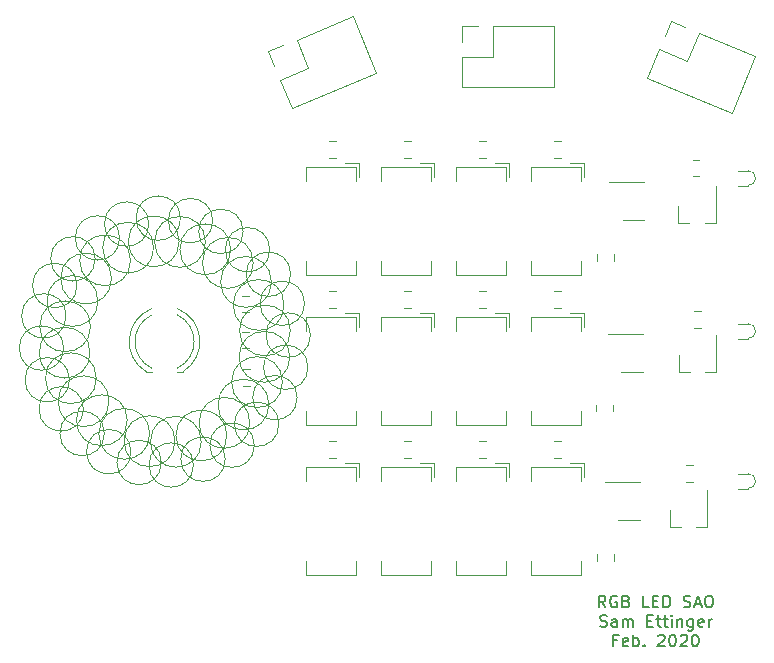
<source format=gbr>
G04 #@! TF.GenerationSoftware,KiCad,Pcbnew,(5.1.5)-3*
G04 #@! TF.CreationDate,2020-02-02T14:59:38+01:00*
G04 #@! TF.ProjectId,12bitbadge,31326269-7462-4616-9467-652e6b696361,rev?*
G04 #@! TF.SameCoordinates,Original*
G04 #@! TF.FileFunction,Legend,Top*
G04 #@! TF.FilePolarity,Positive*
%FSLAX46Y46*%
G04 Gerber Fmt 4.6, Leading zero omitted, Abs format (unit mm)*
G04 Created by KiCad (PCBNEW (5.1.5)-3) date 2020-02-02 14:59:38*
%MOMM*%
%LPD*%
G04 APERTURE LIST*
%ADD10C,0.120000*%
%ADD11C,0.150000*%
%ADD12C,0.100000*%
G04 APERTURE END LIST*
D10*
X145802229Y-53263725D02*
G75*
G03X145802229Y-53263725I-1878829J0D01*
G01*
X148377515Y-54175035D02*
G75*
G03X148377515Y-54175035I-1878829J0D01*
G01*
X150629186Y-55721825D02*
G75*
G03X150629186Y-55721825I-1878829J0D01*
G01*
X152403794Y-57798686D02*
G75*
G03X152403794Y-57798686I-1878829J0D01*
G01*
X153580404Y-60264082D02*
G75*
G03X153580404Y-60264082I-1878830J0D01*
G01*
X154078829Y-62950000D02*
G75*
G03X154078829Y-62950000I-1878829J0D01*
G01*
X153865104Y-65673400D02*
G75*
G03X153865104Y-65673400I-1878829J0D01*
G01*
X152953794Y-68248686D02*
G75*
G03X152953794Y-68248686I-1878829J0D01*
G01*
X151407004Y-70500357D02*
G75*
G03X151407004Y-70500357I-1878829J0D01*
G01*
X149330143Y-72274965D02*
G75*
G03X149330143Y-72274965I-1878829J0D01*
G01*
X146864748Y-73451574D02*
G75*
G03X146864748Y-73451574I-1878830J0D01*
G01*
X144178829Y-73950000D02*
G75*
G03X144178829Y-73950000I-1878829J0D01*
G01*
X141455429Y-73736275D02*
G75*
G03X141455429Y-73736275I-1878829J0D01*
G01*
X138880143Y-72824965D02*
G75*
G03X138880143Y-72824965I-1878829J0D01*
G01*
X136628472Y-71278175D02*
G75*
G03X136628472Y-71278175I-1878829J0D01*
G01*
X134853864Y-69201314D02*
G75*
G03X134853864Y-69201314I-1878829J0D01*
G01*
X133677256Y-66735918D02*
G75*
G03X133677256Y-66735918I-1878830J0D01*
G01*
X133178829Y-64050000D02*
G75*
G03X133178829Y-64050000I-1878829J0D01*
G01*
X133392554Y-61326600D02*
G75*
G03X133392554Y-61326600I-1878829J0D01*
G01*
X134303864Y-58751314D02*
G75*
G03X134303864Y-58751314I-1878829J0D01*
G01*
X135850654Y-56499643D02*
G75*
G03X135850654Y-56499643I-1878829J0D01*
G01*
X137927515Y-54725035D02*
G75*
G03X137927515Y-54725035I-1878829J0D01*
G01*
X140392912Y-53548426D02*
G75*
G03X140392912Y-53548426I-1878830J0D01*
G01*
X142963822Y-55018551D02*
G75*
G03X142963822Y-55018551I-2150581J0D01*
G01*
X145190902Y-55065098D02*
G75*
G03X145190902Y-55065098I-2150581J0D01*
G01*
X147330049Y-55686470D02*
G75*
G03X147330049Y-55686470I-2150581J0D01*
G01*
X149235483Y-56840321D02*
G75*
G03X149235483Y-56840321I-2150581J0D01*
G01*
X150777352Y-58448019D02*
G75*
G03X150777352Y-58448019I-2150581J0D01*
G01*
X151850581Y-60400000D02*
G75*
G03X151850581Y-60400000I-2150581J0D01*
G01*
X152382030Y-62563241D02*
G75*
G03X152382030Y-62563241I-2150581J0D01*
G01*
X152335483Y-64790321D02*
G75*
G03X152335483Y-64790321I-2150581J0D01*
G01*
X151714111Y-66929468D02*
G75*
G03X151714111Y-66929468I-2150581J0D01*
G01*
X150560260Y-68834902D02*
G75*
G03X150560260Y-68834902I-2150581J0D01*
G01*
X148952562Y-70376771D02*
G75*
G03X148952562Y-70376771I-2150581J0D01*
G01*
X147000581Y-71450000D02*
G75*
G03X147000581Y-71450000I-2150581J0D01*
G01*
X144837340Y-71981449D02*
G75*
G03X144837340Y-71981449I-2150581J0D01*
G01*
X142610260Y-71934902D02*
G75*
G03X142610260Y-71934902I-2150581J0D01*
G01*
X140471113Y-71313530D02*
G75*
G03X140471113Y-71313530I-2150581J0D01*
G01*
X138565679Y-70159679D02*
G75*
G03X138565679Y-70159679I-2150581J0D01*
G01*
X137023810Y-68551981D02*
G75*
G03X137023810Y-68551981I-2150581J0D01*
G01*
X135950581Y-66600000D02*
G75*
G03X135950581Y-66600000I-2150581J0D01*
G01*
X135419132Y-64436759D02*
G75*
G03X135419132Y-64436759I-2150581J0D01*
G01*
X135465679Y-62209679D02*
G75*
G03X135465679Y-62209679I-2150581J0D01*
G01*
X136087051Y-60070532D02*
G75*
G03X136087051Y-60070532I-2150581J0D01*
G01*
X137240902Y-58165098D02*
G75*
G03X137240902Y-58165098I-2150581J0D01*
G01*
X138848600Y-56623229D02*
G75*
G03X138848600Y-56623229I-2150581J0D01*
G01*
X140800581Y-55550000D02*
G75*
G03X140800581Y-55550000I-2150581J0D01*
G01*
X143078829Y-53050000D02*
G75*
G03X143078829Y-53050000I-1878829J0D01*
G01*
D11*
X179061904Y-86002380D02*
X178728571Y-85526190D01*
X178490476Y-86002380D02*
X178490476Y-85002380D01*
X178871428Y-85002380D01*
X178966666Y-85050000D01*
X179014285Y-85097619D01*
X179061904Y-85192857D01*
X179061904Y-85335714D01*
X179014285Y-85430952D01*
X178966666Y-85478571D01*
X178871428Y-85526190D01*
X178490476Y-85526190D01*
X180014285Y-85050000D02*
X179919047Y-85002380D01*
X179776190Y-85002380D01*
X179633333Y-85050000D01*
X179538095Y-85145238D01*
X179490476Y-85240476D01*
X179442857Y-85430952D01*
X179442857Y-85573809D01*
X179490476Y-85764285D01*
X179538095Y-85859523D01*
X179633333Y-85954761D01*
X179776190Y-86002380D01*
X179871428Y-86002380D01*
X180014285Y-85954761D01*
X180061904Y-85907142D01*
X180061904Y-85573809D01*
X179871428Y-85573809D01*
X180823809Y-85478571D02*
X180966666Y-85526190D01*
X181014285Y-85573809D01*
X181061904Y-85669047D01*
X181061904Y-85811904D01*
X181014285Y-85907142D01*
X180966666Y-85954761D01*
X180871428Y-86002380D01*
X180490476Y-86002380D01*
X180490476Y-85002380D01*
X180823809Y-85002380D01*
X180919047Y-85050000D01*
X180966666Y-85097619D01*
X181014285Y-85192857D01*
X181014285Y-85288095D01*
X180966666Y-85383333D01*
X180919047Y-85430952D01*
X180823809Y-85478571D01*
X180490476Y-85478571D01*
X182728571Y-86002380D02*
X182252380Y-86002380D01*
X182252380Y-85002380D01*
X183061904Y-85478571D02*
X183395238Y-85478571D01*
X183538095Y-86002380D02*
X183061904Y-86002380D01*
X183061904Y-85002380D01*
X183538095Y-85002380D01*
X183966666Y-86002380D02*
X183966666Y-85002380D01*
X184204761Y-85002380D01*
X184347619Y-85050000D01*
X184442857Y-85145238D01*
X184490476Y-85240476D01*
X184538095Y-85430952D01*
X184538095Y-85573809D01*
X184490476Y-85764285D01*
X184442857Y-85859523D01*
X184347619Y-85954761D01*
X184204761Y-86002380D01*
X183966666Y-86002380D01*
X185680952Y-85954761D02*
X185823809Y-86002380D01*
X186061904Y-86002380D01*
X186157142Y-85954761D01*
X186204761Y-85907142D01*
X186252380Y-85811904D01*
X186252380Y-85716666D01*
X186204761Y-85621428D01*
X186157142Y-85573809D01*
X186061904Y-85526190D01*
X185871428Y-85478571D01*
X185776190Y-85430952D01*
X185728571Y-85383333D01*
X185680952Y-85288095D01*
X185680952Y-85192857D01*
X185728571Y-85097619D01*
X185776190Y-85050000D01*
X185871428Y-85002380D01*
X186109523Y-85002380D01*
X186252380Y-85050000D01*
X186633333Y-85716666D02*
X187109523Y-85716666D01*
X186538095Y-86002380D02*
X186871428Y-85002380D01*
X187204761Y-86002380D01*
X187728571Y-85002380D02*
X187919047Y-85002380D01*
X188014285Y-85050000D01*
X188109523Y-85145238D01*
X188157142Y-85335714D01*
X188157142Y-85669047D01*
X188109523Y-85859523D01*
X188014285Y-85954761D01*
X187919047Y-86002380D01*
X187728571Y-86002380D01*
X187633333Y-85954761D01*
X187538095Y-85859523D01*
X187490476Y-85669047D01*
X187490476Y-85335714D01*
X187538095Y-85145238D01*
X187633333Y-85050000D01*
X187728571Y-85002380D01*
X178609523Y-87604761D02*
X178752380Y-87652380D01*
X178990476Y-87652380D01*
X179085714Y-87604761D01*
X179133333Y-87557142D01*
X179180952Y-87461904D01*
X179180952Y-87366666D01*
X179133333Y-87271428D01*
X179085714Y-87223809D01*
X178990476Y-87176190D01*
X178800000Y-87128571D01*
X178704761Y-87080952D01*
X178657142Y-87033333D01*
X178609523Y-86938095D01*
X178609523Y-86842857D01*
X178657142Y-86747619D01*
X178704761Y-86700000D01*
X178800000Y-86652380D01*
X179038095Y-86652380D01*
X179180952Y-86700000D01*
X180038095Y-87652380D02*
X180038095Y-87128571D01*
X179990476Y-87033333D01*
X179895238Y-86985714D01*
X179704761Y-86985714D01*
X179609523Y-87033333D01*
X180038095Y-87604761D02*
X179942857Y-87652380D01*
X179704761Y-87652380D01*
X179609523Y-87604761D01*
X179561904Y-87509523D01*
X179561904Y-87414285D01*
X179609523Y-87319047D01*
X179704761Y-87271428D01*
X179942857Y-87271428D01*
X180038095Y-87223809D01*
X180514285Y-87652380D02*
X180514285Y-86985714D01*
X180514285Y-87080952D02*
X180561904Y-87033333D01*
X180657142Y-86985714D01*
X180800000Y-86985714D01*
X180895238Y-87033333D01*
X180942857Y-87128571D01*
X180942857Y-87652380D01*
X180942857Y-87128571D02*
X180990476Y-87033333D01*
X181085714Y-86985714D01*
X181228571Y-86985714D01*
X181323809Y-87033333D01*
X181371428Y-87128571D01*
X181371428Y-87652380D01*
X182609523Y-87128571D02*
X182942857Y-87128571D01*
X183085714Y-87652380D02*
X182609523Y-87652380D01*
X182609523Y-86652380D01*
X183085714Y-86652380D01*
X183371428Y-86985714D02*
X183752380Y-86985714D01*
X183514285Y-86652380D02*
X183514285Y-87509523D01*
X183561904Y-87604761D01*
X183657142Y-87652380D01*
X183752380Y-87652380D01*
X183942857Y-86985714D02*
X184323809Y-86985714D01*
X184085714Y-86652380D02*
X184085714Y-87509523D01*
X184133333Y-87604761D01*
X184228571Y-87652380D01*
X184323809Y-87652380D01*
X184657142Y-87652380D02*
X184657142Y-86985714D01*
X184657142Y-86652380D02*
X184609523Y-86700000D01*
X184657142Y-86747619D01*
X184704761Y-86700000D01*
X184657142Y-86652380D01*
X184657142Y-86747619D01*
X185133333Y-86985714D02*
X185133333Y-87652380D01*
X185133333Y-87080952D02*
X185180952Y-87033333D01*
X185276190Y-86985714D01*
X185419047Y-86985714D01*
X185514285Y-87033333D01*
X185561904Y-87128571D01*
X185561904Y-87652380D01*
X186466666Y-86985714D02*
X186466666Y-87795238D01*
X186419047Y-87890476D01*
X186371428Y-87938095D01*
X186276190Y-87985714D01*
X186133333Y-87985714D01*
X186038095Y-87938095D01*
X186466666Y-87604761D02*
X186371428Y-87652380D01*
X186180952Y-87652380D01*
X186085714Y-87604761D01*
X186038095Y-87557142D01*
X185990476Y-87461904D01*
X185990476Y-87176190D01*
X186038095Y-87080952D01*
X186085714Y-87033333D01*
X186180952Y-86985714D01*
X186371428Y-86985714D01*
X186466666Y-87033333D01*
X187323809Y-87604761D02*
X187228571Y-87652380D01*
X187038095Y-87652380D01*
X186942857Y-87604761D01*
X186895238Y-87509523D01*
X186895238Y-87128571D01*
X186942857Y-87033333D01*
X187038095Y-86985714D01*
X187228571Y-86985714D01*
X187323809Y-87033333D01*
X187371428Y-87128571D01*
X187371428Y-87223809D01*
X186895238Y-87319047D01*
X187800000Y-87652380D02*
X187800000Y-86985714D01*
X187800000Y-87176190D02*
X187847619Y-87080952D01*
X187895238Y-87033333D01*
X187990476Y-86985714D01*
X188085714Y-86985714D01*
X180038095Y-88778571D02*
X179704761Y-88778571D01*
X179704761Y-89302380D02*
X179704761Y-88302380D01*
X180180952Y-88302380D01*
X180942857Y-89254761D02*
X180847619Y-89302380D01*
X180657142Y-89302380D01*
X180561904Y-89254761D01*
X180514285Y-89159523D01*
X180514285Y-88778571D01*
X180561904Y-88683333D01*
X180657142Y-88635714D01*
X180847619Y-88635714D01*
X180942857Y-88683333D01*
X180990476Y-88778571D01*
X180990476Y-88873809D01*
X180514285Y-88969047D01*
X181419047Y-89302380D02*
X181419047Y-88302380D01*
X181419047Y-88683333D02*
X181514285Y-88635714D01*
X181704761Y-88635714D01*
X181800000Y-88683333D01*
X181847619Y-88730952D01*
X181895238Y-88826190D01*
X181895238Y-89111904D01*
X181847619Y-89207142D01*
X181800000Y-89254761D01*
X181704761Y-89302380D01*
X181514285Y-89302380D01*
X181419047Y-89254761D01*
X182323809Y-89207142D02*
X182371428Y-89254761D01*
X182323809Y-89302380D01*
X182276190Y-89254761D01*
X182323809Y-89207142D01*
X182323809Y-89302380D01*
X183514285Y-88397619D02*
X183561904Y-88350000D01*
X183657142Y-88302380D01*
X183895238Y-88302380D01*
X183990476Y-88350000D01*
X184038095Y-88397619D01*
X184085714Y-88492857D01*
X184085714Y-88588095D01*
X184038095Y-88730952D01*
X183466666Y-89302380D01*
X184085714Y-89302380D01*
X184704761Y-88302380D02*
X184800000Y-88302380D01*
X184895238Y-88350000D01*
X184942857Y-88397619D01*
X184990476Y-88492857D01*
X185038095Y-88683333D01*
X185038095Y-88921428D01*
X184990476Y-89111904D01*
X184942857Y-89207142D01*
X184895238Y-89254761D01*
X184800000Y-89302380D01*
X184704761Y-89302380D01*
X184609523Y-89254761D01*
X184561904Y-89207142D01*
X184514285Y-89111904D01*
X184466666Y-88921428D01*
X184466666Y-88683333D01*
X184514285Y-88492857D01*
X184561904Y-88397619D01*
X184609523Y-88350000D01*
X184704761Y-88302380D01*
X185419047Y-88397619D02*
X185466666Y-88350000D01*
X185561904Y-88302380D01*
X185800000Y-88302380D01*
X185895238Y-88350000D01*
X185942857Y-88397619D01*
X185990476Y-88492857D01*
X185990476Y-88588095D01*
X185942857Y-88730952D01*
X185371428Y-89302380D01*
X185990476Y-89302380D01*
X186609523Y-88302380D02*
X186704761Y-88302380D01*
X186800000Y-88350000D01*
X186847619Y-88397619D01*
X186895238Y-88492857D01*
X186942857Y-88683333D01*
X186942857Y-88921428D01*
X186895238Y-89111904D01*
X186847619Y-89207142D01*
X186800000Y-89254761D01*
X186704761Y-89302380D01*
X186609523Y-89302380D01*
X186514285Y-89254761D01*
X186466666Y-89207142D01*
X186419047Y-89111904D01*
X186371428Y-88921428D01*
X186371428Y-88683333D01*
X186419047Y-88492857D01*
X186466666Y-88397619D01*
X186514285Y-88350000D01*
X186609523Y-88302380D01*
D10*
X184520000Y-79210000D02*
X184520000Y-77750000D01*
X187680000Y-79210000D02*
X187680000Y-76050000D01*
X187680000Y-79210000D02*
X186750000Y-79210000D01*
X184520000Y-79210000D02*
X185450000Y-79210000D01*
X185270000Y-66110000D02*
X185270000Y-64650000D01*
X188430000Y-66110000D02*
X188430000Y-62950000D01*
X188430000Y-66110000D02*
X187500000Y-66110000D01*
X185270000Y-66110000D02*
X186200000Y-66110000D01*
X185220000Y-53460000D02*
X185220000Y-52000000D01*
X188380000Y-53460000D02*
X188380000Y-50300000D01*
X188380000Y-53460000D02*
X187450000Y-53460000D01*
X185220000Y-53460000D02*
X186150000Y-53460000D01*
X185913748Y-75360000D02*
X186436252Y-75360000D01*
X185913748Y-73940000D02*
X186436252Y-73940000D01*
X186588748Y-62360000D02*
X187111252Y-62360000D01*
X186588748Y-60940000D02*
X187111252Y-60940000D01*
X186488748Y-49510000D02*
X187011252Y-49510000D01*
X186488748Y-48090000D02*
X187011252Y-48090000D01*
X181950000Y-75352000D02*
X179000000Y-75352000D01*
X180150000Y-78572000D02*
X181950000Y-78572000D01*
X182200000Y-62890000D02*
X179250000Y-62890000D01*
X180400000Y-66110000D02*
X182200000Y-66110000D01*
X182350000Y-49952000D02*
X179400000Y-49952000D01*
X180550000Y-53172000D02*
X182350000Y-53172000D01*
X148929752Y-65838000D02*
X148407248Y-65838000D01*
X148929752Y-67258000D02*
X148407248Y-67258000D01*
X148851252Y-62663000D02*
X148328748Y-62663000D01*
X148851252Y-64083000D02*
X148328748Y-64083000D01*
X148851252Y-59615000D02*
X148328748Y-59615000D01*
X148851252Y-61035000D02*
X148328748Y-61035000D01*
X179760000Y-82048752D02*
X179760000Y-81526248D01*
X178340000Y-82048752D02*
X178340000Y-81526248D01*
X174744748Y-73354000D02*
X175267252Y-73354000D01*
X174744748Y-71934000D02*
X175267252Y-71934000D01*
X168394748Y-73354000D02*
X168917252Y-73354000D01*
X168394748Y-71934000D02*
X168917252Y-71934000D01*
X162044748Y-73354000D02*
X162567252Y-73354000D01*
X162044748Y-71934000D02*
X162567252Y-71934000D01*
X155694748Y-73354000D02*
X156217252Y-73354000D01*
X155694748Y-71934000D02*
X156217252Y-71934000D01*
X179710000Y-69361252D02*
X179710000Y-68838748D01*
X178290000Y-69361252D02*
X178290000Y-68838748D01*
X174744748Y-60654000D02*
X175267252Y-60654000D01*
X174744748Y-59234000D02*
X175267252Y-59234000D01*
X168394748Y-60654000D02*
X168917252Y-60654000D01*
X168394748Y-59234000D02*
X168917252Y-59234000D01*
X162044748Y-60654000D02*
X162567252Y-60654000D01*
X162044748Y-59234000D02*
X162567252Y-59234000D01*
X155694748Y-60654000D02*
X156217252Y-60654000D01*
X155694748Y-59234000D02*
X156217252Y-59234000D01*
X179760000Y-56649252D02*
X179760000Y-56126748D01*
X178340000Y-56649252D02*
X178340000Y-56126748D01*
X174744748Y-47954000D02*
X175267252Y-47954000D01*
X174744748Y-46534000D02*
X175267252Y-46534000D01*
X168394748Y-47954000D02*
X168917252Y-47954000D01*
X168394748Y-46534000D02*
X168917252Y-46534000D01*
X162044748Y-47954000D02*
X162567252Y-47954000D01*
X162044748Y-46534000D02*
X162567252Y-46534000D01*
X155694748Y-47954000D02*
X156217252Y-47954000D01*
X155694748Y-46534000D02*
X156217252Y-46534000D01*
X176980000Y-75300000D02*
X176980000Y-74100000D01*
X176980000Y-74100000D02*
X172780000Y-74100000D01*
X172780000Y-74100000D02*
X172780000Y-75300000D01*
X176980000Y-82100000D02*
X176980000Y-83300000D01*
X176980000Y-83300000D02*
X172780000Y-83300000D01*
X172780000Y-83300000D02*
X172780000Y-82100000D01*
X177280000Y-75000000D02*
X177280000Y-73800000D01*
X177280000Y-73800000D02*
X176080000Y-73800000D01*
X170630000Y-75300000D02*
X170630000Y-74100000D01*
X170630000Y-74100000D02*
X166430000Y-74100000D01*
X166430000Y-74100000D02*
X166430000Y-75300000D01*
X170630000Y-82100000D02*
X170630000Y-83300000D01*
X170630000Y-83300000D02*
X166430000Y-83300000D01*
X166430000Y-83300000D02*
X166430000Y-82100000D01*
X170930000Y-75000000D02*
X170930000Y-73800000D01*
X170930000Y-73800000D02*
X169730000Y-73800000D01*
X164280000Y-75300000D02*
X164280000Y-74100000D01*
X164280000Y-74100000D02*
X160080000Y-74100000D01*
X160080000Y-74100000D02*
X160080000Y-75300000D01*
X164280000Y-82100000D02*
X164280000Y-83300000D01*
X164280000Y-83300000D02*
X160080000Y-83300000D01*
X160080000Y-83300000D02*
X160080000Y-82100000D01*
X164580000Y-75000000D02*
X164580000Y-73800000D01*
X164580000Y-73800000D02*
X163380000Y-73800000D01*
X157930000Y-75300000D02*
X157930000Y-74100000D01*
X157930000Y-74100000D02*
X153730000Y-74100000D01*
X153730000Y-74100000D02*
X153730000Y-75300000D01*
X157930000Y-82100000D02*
X157930000Y-83300000D01*
X157930000Y-83300000D02*
X153730000Y-83300000D01*
X153730000Y-83300000D02*
X153730000Y-82100000D01*
X158230000Y-75000000D02*
X158230000Y-73800000D01*
X158230000Y-73800000D02*
X157030000Y-73800000D01*
X176980000Y-62600000D02*
X176980000Y-61400000D01*
X176980000Y-61400000D02*
X172780000Y-61400000D01*
X172780000Y-61400000D02*
X172780000Y-62600000D01*
X176980000Y-69400000D02*
X176980000Y-70600000D01*
X176980000Y-70600000D02*
X172780000Y-70600000D01*
X172780000Y-70600000D02*
X172780000Y-69400000D01*
X177280000Y-62300000D02*
X177280000Y-61100000D01*
X177280000Y-61100000D02*
X176080000Y-61100000D01*
X170630000Y-62600000D02*
X170630000Y-61400000D01*
X170630000Y-61400000D02*
X166430000Y-61400000D01*
X166430000Y-61400000D02*
X166430000Y-62600000D01*
X170630000Y-69400000D02*
X170630000Y-70600000D01*
X170630000Y-70600000D02*
X166430000Y-70600000D01*
X166430000Y-70600000D02*
X166430000Y-69400000D01*
X170930000Y-62300000D02*
X170930000Y-61100000D01*
X170930000Y-61100000D02*
X169730000Y-61100000D01*
X164280000Y-62600000D02*
X164280000Y-61400000D01*
X164280000Y-61400000D02*
X160080000Y-61400000D01*
X160080000Y-61400000D02*
X160080000Y-62600000D01*
X164280000Y-69400000D02*
X164280000Y-70600000D01*
X164280000Y-70600000D02*
X160080000Y-70600000D01*
X160080000Y-70600000D02*
X160080000Y-69400000D01*
X164580000Y-62300000D02*
X164580000Y-61100000D01*
X164580000Y-61100000D02*
X163380000Y-61100000D01*
X157930000Y-62600000D02*
X157930000Y-61400000D01*
X157930000Y-61400000D02*
X153730000Y-61400000D01*
X153730000Y-61400000D02*
X153730000Y-62600000D01*
X157930000Y-69400000D02*
X157930000Y-70600000D01*
X157930000Y-70600000D02*
X153730000Y-70600000D01*
X153730000Y-70600000D02*
X153730000Y-69400000D01*
X158230000Y-62300000D02*
X158230000Y-61100000D01*
X158230000Y-61100000D02*
X157030000Y-61100000D01*
X176980000Y-49900000D02*
X176980000Y-48700000D01*
X176980000Y-48700000D02*
X172780000Y-48700000D01*
X172780000Y-48700000D02*
X172780000Y-49900000D01*
X176980000Y-56700000D02*
X176980000Y-57900000D01*
X176980000Y-57900000D02*
X172780000Y-57900000D01*
X172780000Y-57900000D02*
X172780000Y-56700000D01*
X177280000Y-49600000D02*
X177280000Y-48400000D01*
X177280000Y-48400000D02*
X176080000Y-48400000D01*
X170630000Y-49900000D02*
X170630000Y-48700000D01*
X170630000Y-48700000D02*
X166430000Y-48700000D01*
X166430000Y-48700000D02*
X166430000Y-49900000D01*
X170630000Y-56700000D02*
X170630000Y-57900000D01*
X170630000Y-57900000D02*
X166430000Y-57900000D01*
X166430000Y-57900000D02*
X166430000Y-56700000D01*
X170930000Y-49600000D02*
X170930000Y-48400000D01*
X170930000Y-48400000D02*
X169730000Y-48400000D01*
X164280000Y-49900000D02*
X164280000Y-48700000D01*
X164280000Y-48700000D02*
X160080000Y-48700000D01*
X160080000Y-48700000D02*
X160080000Y-49900000D01*
X164280000Y-56700000D02*
X164280000Y-57900000D01*
X164280000Y-57900000D02*
X160080000Y-57900000D01*
X160080000Y-57900000D02*
X160080000Y-56700000D01*
X164580000Y-49600000D02*
X164580000Y-48400000D01*
X164580000Y-48400000D02*
X163380000Y-48400000D01*
X157930000Y-49900000D02*
X157930000Y-48700000D01*
X157930000Y-48700000D02*
X153730000Y-48700000D01*
X153730000Y-48700000D02*
X153730000Y-49900000D01*
X157930000Y-56700000D02*
X157930000Y-57900000D01*
X157930000Y-57900000D02*
X153730000Y-57900000D01*
X153730000Y-57900000D02*
X153730000Y-56700000D01*
X158230000Y-49600000D02*
X158230000Y-48400000D01*
X158230000Y-48400000D02*
X157030000Y-48400000D01*
X184064240Y-37591031D02*
X184573209Y-36362271D01*
X184573209Y-36362271D02*
X185801969Y-36871240D01*
X183578232Y-38764358D02*
X185980319Y-39759335D01*
X185980319Y-39759335D02*
X186975296Y-37357248D01*
X186975296Y-37357248D02*
X191724037Y-39324241D01*
X189734083Y-44128415D02*
X191724037Y-39324241D01*
X182583255Y-41166445D02*
X189734083Y-44128415D01*
X182583255Y-41166445D02*
X183578232Y-38764358D01*
X166945000Y-38100000D02*
X166945000Y-36770000D01*
X166945000Y-36770000D02*
X168275000Y-36770000D01*
X166945000Y-39370000D02*
X169545000Y-39370000D01*
X169545000Y-39370000D02*
X169545000Y-36770000D01*
X169545000Y-36770000D02*
X174685000Y-36770000D01*
X174685000Y-41970000D02*
X174685000Y-36770000D01*
X166945000Y-41970000D02*
X174685000Y-41970000D01*
X166945000Y-41970000D02*
X166945000Y-39370000D01*
X151027570Y-40155331D02*
X150518601Y-38926571D01*
X150518601Y-38926571D02*
X151747361Y-38417602D01*
X151513578Y-41328658D02*
X153915665Y-40333681D01*
X153915665Y-40333681D02*
X152920688Y-37931594D01*
X152920688Y-37931594D02*
X157669429Y-35964601D01*
X159659383Y-40768775D02*
X157669429Y-35964601D01*
X152508555Y-43730745D02*
X159659383Y-40768775D01*
X152508555Y-43730745D02*
X151513578Y-41328658D01*
D12*
X191135000Y-75946000D02*
G75*
G03X191135000Y-74676000I0J635000D01*
G01*
X191135000Y-74676000D02*
X190246000Y-74676000D01*
X191135000Y-75946000D02*
X190246000Y-75946000D01*
X191135000Y-63246000D02*
G75*
G03X191135000Y-61976000I0J635000D01*
G01*
X191135000Y-61976000D02*
X190246000Y-61976000D01*
X191135000Y-63246000D02*
X190246000Y-63246000D01*
X191135000Y-50292000D02*
G75*
G03X191135000Y-49022000I0J635000D01*
G01*
X191135000Y-49022000D02*
X190246000Y-49022000D01*
X191135000Y-50292000D02*
X190246000Y-50292000D01*
D10*
X142812000Y-66060000D02*
X143277000Y-66060000D01*
X140187000Y-66060000D02*
X140652000Y-66060000D01*
X142812429Y-61245521D02*
G75*
G02X142812000Y-65754684I-1080429J-2254479D01*
G01*
X140651571Y-61245521D02*
G75*
G03X140652000Y-65754684I1080429J-2254479D01*
G01*
X142812827Y-60712185D02*
G75*
G02X143276830Y-66060000I-1080827J-2787815D01*
G01*
X140651173Y-60712185D02*
G75*
G03X140187170Y-66060000I1080827J-2787815D01*
G01*
M02*

</source>
